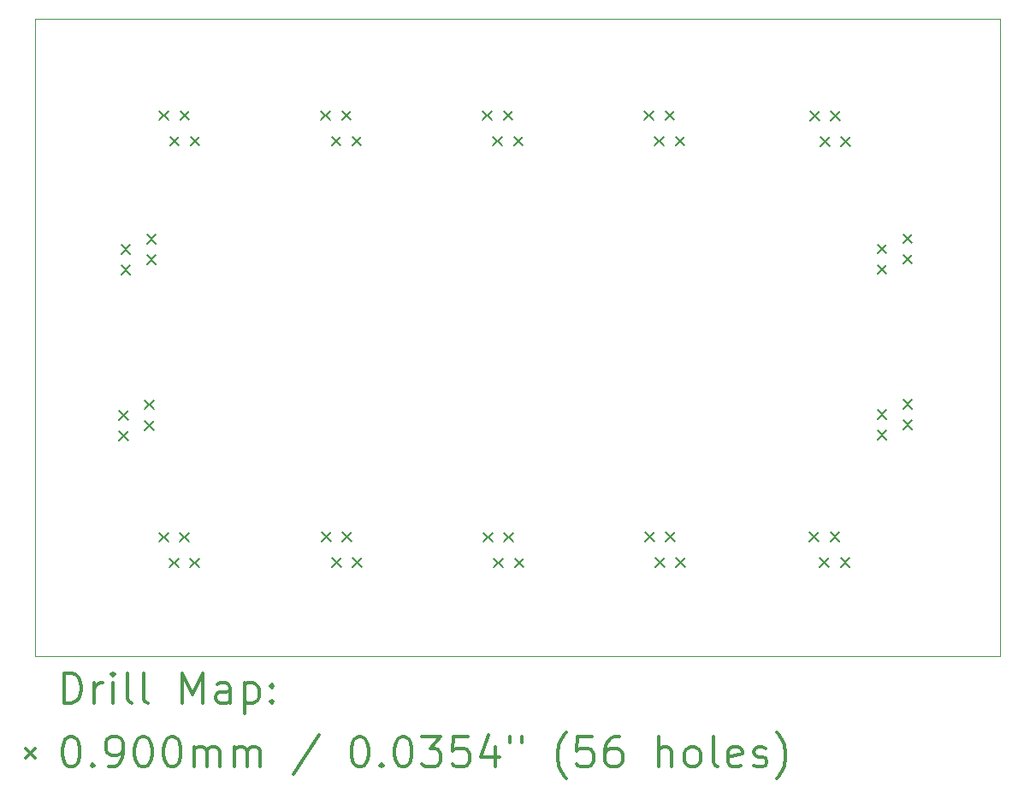
<source format=gbr>
%FSLAX45Y45*%
G04 Gerber Fmt 4.5, Leading zero omitted, Abs format (unit mm)*
G04 Created by KiCad (PCBNEW 5.1.10-88a1d61d58~90~ubuntu20.04.1) date 2021-11-04 14:27:38*
%MOMM*%
%LPD*%
G01*
G04 APERTURE LIST*
%TA.AperFunction,Profile*%
%ADD10C,0.050000*%
%TD*%
%ADD11C,0.200000*%
%ADD12C,0.300000*%
G04 APERTURE END LIST*
D10*
X21850000Y-4445000D02*
X21850000Y-10750000D01*
X12305000Y-10750000D02*
X21850000Y-10750000D01*
X12305000Y-4445000D02*
X12305000Y-10750000D01*
X12305000Y-4445000D02*
X21850000Y-4445000D01*
D11*
X13135000Y-8321000D02*
X13225000Y-8411000D01*
X13225000Y-8321000D02*
X13135000Y-8411000D01*
X13135000Y-8525000D02*
X13225000Y-8615000D01*
X13225000Y-8525000D02*
X13135000Y-8615000D01*
X13155000Y-6681000D02*
X13245000Y-6771000D01*
X13245000Y-6681000D02*
X13155000Y-6771000D01*
X13155000Y-6885000D02*
X13245000Y-6975000D01*
X13245000Y-6885000D02*
X13155000Y-6975000D01*
X13389000Y-8219000D02*
X13479000Y-8309000D01*
X13479000Y-8219000D02*
X13389000Y-8309000D01*
X13389000Y-8423000D02*
X13479000Y-8513000D01*
X13479000Y-8423000D02*
X13389000Y-8513000D01*
X13409000Y-6579000D02*
X13499000Y-6669000D01*
X13499000Y-6579000D02*
X13409000Y-6669000D01*
X13409000Y-6783000D02*
X13499000Y-6873000D01*
X13499000Y-6783000D02*
X13409000Y-6873000D01*
X13531000Y-9529000D02*
X13621000Y-9619000D01*
X13621000Y-9529000D02*
X13531000Y-9619000D01*
X13535000Y-5355000D02*
X13625000Y-5445000D01*
X13625000Y-5355000D02*
X13535000Y-5445000D01*
X13633000Y-9783000D02*
X13723000Y-9873000D01*
X13723000Y-9783000D02*
X13633000Y-9873000D01*
X13637000Y-5609000D02*
X13727000Y-5699000D01*
X13727000Y-5609000D02*
X13637000Y-5699000D01*
X13735000Y-9529000D02*
X13825000Y-9619000D01*
X13825000Y-9529000D02*
X13735000Y-9619000D01*
X13739000Y-5355000D02*
X13829000Y-5445000D01*
X13829000Y-5355000D02*
X13739000Y-5445000D01*
X13837000Y-9783000D02*
X13927000Y-9873000D01*
X13927000Y-9783000D02*
X13837000Y-9873000D01*
X13841000Y-5609000D02*
X13931000Y-5699000D01*
X13931000Y-5609000D02*
X13841000Y-5699000D01*
X15135000Y-5355000D02*
X15225000Y-5445000D01*
X15225000Y-5355000D02*
X15135000Y-5445000D01*
X15140000Y-9527000D02*
X15230000Y-9617000D01*
X15230000Y-9527000D02*
X15140000Y-9617000D01*
X15237000Y-5609000D02*
X15327000Y-5699000D01*
X15327000Y-5609000D02*
X15237000Y-5699000D01*
X15242000Y-9781000D02*
X15332000Y-9871000D01*
X15332000Y-9781000D02*
X15242000Y-9871000D01*
X15339000Y-5355000D02*
X15429000Y-5445000D01*
X15429000Y-5355000D02*
X15339000Y-5445000D01*
X15344000Y-9527000D02*
X15434000Y-9617000D01*
X15434000Y-9527000D02*
X15344000Y-9617000D01*
X15441000Y-5609000D02*
X15531000Y-5699000D01*
X15531000Y-5609000D02*
X15441000Y-5699000D01*
X15446000Y-9781000D02*
X15536000Y-9871000D01*
X15536000Y-9781000D02*
X15446000Y-9871000D01*
X16735000Y-5355000D02*
X16825000Y-5445000D01*
X16825000Y-5355000D02*
X16735000Y-5445000D01*
X16743000Y-9529000D02*
X16833000Y-9619000D01*
X16833000Y-9529000D02*
X16743000Y-9619000D01*
X16837000Y-5609000D02*
X16927000Y-5699000D01*
X16927000Y-5609000D02*
X16837000Y-5699000D01*
X16845000Y-9783000D02*
X16935000Y-9873000D01*
X16935000Y-9783000D02*
X16845000Y-9873000D01*
X16939000Y-5355000D02*
X17029000Y-5445000D01*
X17029000Y-5355000D02*
X16939000Y-5445000D01*
X16947000Y-9529000D02*
X17037000Y-9619000D01*
X17037000Y-9529000D02*
X16947000Y-9619000D01*
X17041000Y-5609000D02*
X17131000Y-5699000D01*
X17131000Y-5609000D02*
X17041000Y-5699000D01*
X17049000Y-9783000D02*
X17139000Y-9873000D01*
X17139000Y-9783000D02*
X17049000Y-9873000D01*
X18335000Y-5355000D02*
X18425000Y-5445000D01*
X18425000Y-5355000D02*
X18335000Y-5445000D01*
X18339000Y-9527000D02*
X18429000Y-9617000D01*
X18429000Y-9527000D02*
X18339000Y-9617000D01*
X18437000Y-5609000D02*
X18527000Y-5699000D01*
X18527000Y-5609000D02*
X18437000Y-5699000D01*
X18441000Y-9781000D02*
X18531000Y-9871000D01*
X18531000Y-9781000D02*
X18441000Y-9871000D01*
X18539000Y-5355000D02*
X18629000Y-5445000D01*
X18629000Y-5355000D02*
X18539000Y-5445000D01*
X18543000Y-9527000D02*
X18633000Y-9617000D01*
X18633000Y-9527000D02*
X18543000Y-9617000D01*
X18641000Y-5609000D02*
X18731000Y-5699000D01*
X18731000Y-5609000D02*
X18641000Y-5699000D01*
X18645000Y-9781000D02*
X18735000Y-9871000D01*
X18735000Y-9781000D02*
X18645000Y-9871000D01*
X19969000Y-9528000D02*
X20059000Y-9618000D01*
X20059000Y-9528000D02*
X19969000Y-9618000D01*
X19975000Y-5360000D02*
X20065000Y-5450000D01*
X20065000Y-5360000D02*
X19975000Y-5450000D01*
X20071000Y-9782000D02*
X20161000Y-9872000D01*
X20161000Y-9782000D02*
X20071000Y-9872000D01*
X20077000Y-5614000D02*
X20167000Y-5704000D01*
X20167000Y-5614000D02*
X20077000Y-5704000D01*
X20173000Y-9528000D02*
X20263000Y-9618000D01*
X20263000Y-9528000D02*
X20173000Y-9618000D01*
X20179000Y-5360000D02*
X20269000Y-5450000D01*
X20269000Y-5360000D02*
X20179000Y-5450000D01*
X20275000Y-9782000D02*
X20365000Y-9872000D01*
X20365000Y-9782000D02*
X20275000Y-9872000D01*
X20281000Y-5614000D02*
X20371000Y-5704000D01*
X20371000Y-5614000D02*
X20281000Y-5704000D01*
X20641000Y-6677000D02*
X20731000Y-6767000D01*
X20731000Y-6677000D02*
X20641000Y-6767000D01*
X20641000Y-6881000D02*
X20731000Y-6971000D01*
X20731000Y-6881000D02*
X20641000Y-6971000D01*
X20641000Y-8317000D02*
X20731000Y-8407000D01*
X20731000Y-8317000D02*
X20641000Y-8407000D01*
X20641000Y-8521000D02*
X20731000Y-8611000D01*
X20731000Y-8521000D02*
X20641000Y-8611000D01*
X20895000Y-6575000D02*
X20985000Y-6665000D01*
X20985000Y-6575000D02*
X20895000Y-6665000D01*
X20895000Y-6779000D02*
X20985000Y-6869000D01*
X20985000Y-6779000D02*
X20895000Y-6869000D01*
X20895000Y-8215000D02*
X20985000Y-8305000D01*
X20985000Y-8215000D02*
X20895000Y-8305000D01*
X20895000Y-8419000D02*
X20985000Y-8509000D01*
X20985000Y-8419000D02*
X20895000Y-8509000D01*
D12*
X12588928Y-11218214D02*
X12588928Y-10918214D01*
X12660357Y-10918214D01*
X12703214Y-10932500D01*
X12731786Y-10961072D01*
X12746071Y-10989643D01*
X12760357Y-11046786D01*
X12760357Y-11089643D01*
X12746071Y-11146786D01*
X12731786Y-11175357D01*
X12703214Y-11203929D01*
X12660357Y-11218214D01*
X12588928Y-11218214D01*
X12888928Y-11218214D02*
X12888928Y-11018214D01*
X12888928Y-11075357D02*
X12903214Y-11046786D01*
X12917500Y-11032500D01*
X12946071Y-11018214D01*
X12974643Y-11018214D01*
X13074643Y-11218214D02*
X13074643Y-11018214D01*
X13074643Y-10918214D02*
X13060357Y-10932500D01*
X13074643Y-10946786D01*
X13088928Y-10932500D01*
X13074643Y-10918214D01*
X13074643Y-10946786D01*
X13260357Y-11218214D02*
X13231786Y-11203929D01*
X13217500Y-11175357D01*
X13217500Y-10918214D01*
X13417500Y-11218214D02*
X13388928Y-11203929D01*
X13374643Y-11175357D01*
X13374643Y-10918214D01*
X13760357Y-11218214D02*
X13760357Y-10918214D01*
X13860357Y-11132500D01*
X13960357Y-10918214D01*
X13960357Y-11218214D01*
X14231786Y-11218214D02*
X14231786Y-11061072D01*
X14217500Y-11032500D01*
X14188928Y-11018214D01*
X14131786Y-11018214D01*
X14103214Y-11032500D01*
X14231786Y-11203929D02*
X14203214Y-11218214D01*
X14131786Y-11218214D01*
X14103214Y-11203929D01*
X14088928Y-11175357D01*
X14088928Y-11146786D01*
X14103214Y-11118214D01*
X14131786Y-11103929D01*
X14203214Y-11103929D01*
X14231786Y-11089643D01*
X14374643Y-11018214D02*
X14374643Y-11318214D01*
X14374643Y-11032500D02*
X14403214Y-11018214D01*
X14460357Y-11018214D01*
X14488928Y-11032500D01*
X14503214Y-11046786D01*
X14517500Y-11075357D01*
X14517500Y-11161072D01*
X14503214Y-11189643D01*
X14488928Y-11203929D01*
X14460357Y-11218214D01*
X14403214Y-11218214D01*
X14374643Y-11203929D01*
X14646071Y-11189643D02*
X14660357Y-11203929D01*
X14646071Y-11218214D01*
X14631786Y-11203929D01*
X14646071Y-11189643D01*
X14646071Y-11218214D01*
X14646071Y-11032500D02*
X14660357Y-11046786D01*
X14646071Y-11061072D01*
X14631786Y-11046786D01*
X14646071Y-11032500D01*
X14646071Y-11061072D01*
X12212500Y-11667500D02*
X12302500Y-11757500D01*
X12302500Y-11667500D02*
X12212500Y-11757500D01*
X12646071Y-11548214D02*
X12674643Y-11548214D01*
X12703214Y-11562500D01*
X12717500Y-11576786D01*
X12731786Y-11605357D01*
X12746071Y-11662500D01*
X12746071Y-11733929D01*
X12731786Y-11791071D01*
X12717500Y-11819643D01*
X12703214Y-11833929D01*
X12674643Y-11848214D01*
X12646071Y-11848214D01*
X12617500Y-11833929D01*
X12603214Y-11819643D01*
X12588928Y-11791071D01*
X12574643Y-11733929D01*
X12574643Y-11662500D01*
X12588928Y-11605357D01*
X12603214Y-11576786D01*
X12617500Y-11562500D01*
X12646071Y-11548214D01*
X12874643Y-11819643D02*
X12888928Y-11833929D01*
X12874643Y-11848214D01*
X12860357Y-11833929D01*
X12874643Y-11819643D01*
X12874643Y-11848214D01*
X13031786Y-11848214D02*
X13088928Y-11848214D01*
X13117500Y-11833929D01*
X13131786Y-11819643D01*
X13160357Y-11776786D01*
X13174643Y-11719643D01*
X13174643Y-11605357D01*
X13160357Y-11576786D01*
X13146071Y-11562500D01*
X13117500Y-11548214D01*
X13060357Y-11548214D01*
X13031786Y-11562500D01*
X13017500Y-11576786D01*
X13003214Y-11605357D01*
X13003214Y-11676786D01*
X13017500Y-11705357D01*
X13031786Y-11719643D01*
X13060357Y-11733929D01*
X13117500Y-11733929D01*
X13146071Y-11719643D01*
X13160357Y-11705357D01*
X13174643Y-11676786D01*
X13360357Y-11548214D02*
X13388928Y-11548214D01*
X13417500Y-11562500D01*
X13431786Y-11576786D01*
X13446071Y-11605357D01*
X13460357Y-11662500D01*
X13460357Y-11733929D01*
X13446071Y-11791071D01*
X13431786Y-11819643D01*
X13417500Y-11833929D01*
X13388928Y-11848214D01*
X13360357Y-11848214D01*
X13331786Y-11833929D01*
X13317500Y-11819643D01*
X13303214Y-11791071D01*
X13288928Y-11733929D01*
X13288928Y-11662500D01*
X13303214Y-11605357D01*
X13317500Y-11576786D01*
X13331786Y-11562500D01*
X13360357Y-11548214D01*
X13646071Y-11548214D02*
X13674643Y-11548214D01*
X13703214Y-11562500D01*
X13717500Y-11576786D01*
X13731786Y-11605357D01*
X13746071Y-11662500D01*
X13746071Y-11733929D01*
X13731786Y-11791071D01*
X13717500Y-11819643D01*
X13703214Y-11833929D01*
X13674643Y-11848214D01*
X13646071Y-11848214D01*
X13617500Y-11833929D01*
X13603214Y-11819643D01*
X13588928Y-11791071D01*
X13574643Y-11733929D01*
X13574643Y-11662500D01*
X13588928Y-11605357D01*
X13603214Y-11576786D01*
X13617500Y-11562500D01*
X13646071Y-11548214D01*
X13874643Y-11848214D02*
X13874643Y-11648214D01*
X13874643Y-11676786D02*
X13888928Y-11662500D01*
X13917500Y-11648214D01*
X13960357Y-11648214D01*
X13988928Y-11662500D01*
X14003214Y-11691071D01*
X14003214Y-11848214D01*
X14003214Y-11691071D02*
X14017500Y-11662500D01*
X14046071Y-11648214D01*
X14088928Y-11648214D01*
X14117500Y-11662500D01*
X14131786Y-11691071D01*
X14131786Y-11848214D01*
X14274643Y-11848214D02*
X14274643Y-11648214D01*
X14274643Y-11676786D02*
X14288928Y-11662500D01*
X14317500Y-11648214D01*
X14360357Y-11648214D01*
X14388928Y-11662500D01*
X14403214Y-11691071D01*
X14403214Y-11848214D01*
X14403214Y-11691071D02*
X14417500Y-11662500D01*
X14446071Y-11648214D01*
X14488928Y-11648214D01*
X14517500Y-11662500D01*
X14531786Y-11691071D01*
X14531786Y-11848214D01*
X15117500Y-11533929D02*
X14860357Y-11919643D01*
X15503214Y-11548214D02*
X15531786Y-11548214D01*
X15560357Y-11562500D01*
X15574643Y-11576786D01*
X15588928Y-11605357D01*
X15603214Y-11662500D01*
X15603214Y-11733929D01*
X15588928Y-11791071D01*
X15574643Y-11819643D01*
X15560357Y-11833929D01*
X15531786Y-11848214D01*
X15503214Y-11848214D01*
X15474643Y-11833929D01*
X15460357Y-11819643D01*
X15446071Y-11791071D01*
X15431786Y-11733929D01*
X15431786Y-11662500D01*
X15446071Y-11605357D01*
X15460357Y-11576786D01*
X15474643Y-11562500D01*
X15503214Y-11548214D01*
X15731786Y-11819643D02*
X15746071Y-11833929D01*
X15731786Y-11848214D01*
X15717500Y-11833929D01*
X15731786Y-11819643D01*
X15731786Y-11848214D01*
X15931786Y-11548214D02*
X15960357Y-11548214D01*
X15988928Y-11562500D01*
X16003214Y-11576786D01*
X16017500Y-11605357D01*
X16031786Y-11662500D01*
X16031786Y-11733929D01*
X16017500Y-11791071D01*
X16003214Y-11819643D01*
X15988928Y-11833929D01*
X15960357Y-11848214D01*
X15931786Y-11848214D01*
X15903214Y-11833929D01*
X15888928Y-11819643D01*
X15874643Y-11791071D01*
X15860357Y-11733929D01*
X15860357Y-11662500D01*
X15874643Y-11605357D01*
X15888928Y-11576786D01*
X15903214Y-11562500D01*
X15931786Y-11548214D01*
X16131786Y-11548214D02*
X16317500Y-11548214D01*
X16217500Y-11662500D01*
X16260357Y-11662500D01*
X16288928Y-11676786D01*
X16303214Y-11691071D01*
X16317500Y-11719643D01*
X16317500Y-11791071D01*
X16303214Y-11819643D01*
X16288928Y-11833929D01*
X16260357Y-11848214D01*
X16174643Y-11848214D01*
X16146071Y-11833929D01*
X16131786Y-11819643D01*
X16588928Y-11548214D02*
X16446071Y-11548214D01*
X16431786Y-11691071D01*
X16446071Y-11676786D01*
X16474643Y-11662500D01*
X16546071Y-11662500D01*
X16574643Y-11676786D01*
X16588928Y-11691071D01*
X16603214Y-11719643D01*
X16603214Y-11791071D01*
X16588928Y-11819643D01*
X16574643Y-11833929D01*
X16546071Y-11848214D01*
X16474643Y-11848214D01*
X16446071Y-11833929D01*
X16431786Y-11819643D01*
X16860357Y-11648214D02*
X16860357Y-11848214D01*
X16788928Y-11533929D02*
X16717500Y-11748214D01*
X16903214Y-11748214D01*
X17003214Y-11548214D02*
X17003214Y-11605357D01*
X17117500Y-11548214D02*
X17117500Y-11605357D01*
X17560357Y-11962500D02*
X17546071Y-11948214D01*
X17517500Y-11905357D01*
X17503214Y-11876786D01*
X17488928Y-11833929D01*
X17474643Y-11762500D01*
X17474643Y-11705357D01*
X17488928Y-11633929D01*
X17503214Y-11591071D01*
X17517500Y-11562500D01*
X17546071Y-11519643D01*
X17560357Y-11505357D01*
X17817500Y-11548214D02*
X17674643Y-11548214D01*
X17660357Y-11691071D01*
X17674643Y-11676786D01*
X17703214Y-11662500D01*
X17774643Y-11662500D01*
X17803214Y-11676786D01*
X17817500Y-11691071D01*
X17831786Y-11719643D01*
X17831786Y-11791071D01*
X17817500Y-11819643D01*
X17803214Y-11833929D01*
X17774643Y-11848214D01*
X17703214Y-11848214D01*
X17674643Y-11833929D01*
X17660357Y-11819643D01*
X18088928Y-11548214D02*
X18031786Y-11548214D01*
X18003214Y-11562500D01*
X17988928Y-11576786D01*
X17960357Y-11619643D01*
X17946071Y-11676786D01*
X17946071Y-11791071D01*
X17960357Y-11819643D01*
X17974643Y-11833929D01*
X18003214Y-11848214D01*
X18060357Y-11848214D01*
X18088928Y-11833929D01*
X18103214Y-11819643D01*
X18117500Y-11791071D01*
X18117500Y-11719643D01*
X18103214Y-11691071D01*
X18088928Y-11676786D01*
X18060357Y-11662500D01*
X18003214Y-11662500D01*
X17974643Y-11676786D01*
X17960357Y-11691071D01*
X17946071Y-11719643D01*
X18474643Y-11848214D02*
X18474643Y-11548214D01*
X18603214Y-11848214D02*
X18603214Y-11691071D01*
X18588928Y-11662500D01*
X18560357Y-11648214D01*
X18517500Y-11648214D01*
X18488928Y-11662500D01*
X18474643Y-11676786D01*
X18788928Y-11848214D02*
X18760357Y-11833929D01*
X18746071Y-11819643D01*
X18731786Y-11791071D01*
X18731786Y-11705357D01*
X18746071Y-11676786D01*
X18760357Y-11662500D01*
X18788928Y-11648214D01*
X18831786Y-11648214D01*
X18860357Y-11662500D01*
X18874643Y-11676786D01*
X18888928Y-11705357D01*
X18888928Y-11791071D01*
X18874643Y-11819643D01*
X18860357Y-11833929D01*
X18831786Y-11848214D01*
X18788928Y-11848214D01*
X19060357Y-11848214D02*
X19031786Y-11833929D01*
X19017500Y-11805357D01*
X19017500Y-11548214D01*
X19288928Y-11833929D02*
X19260357Y-11848214D01*
X19203214Y-11848214D01*
X19174643Y-11833929D01*
X19160357Y-11805357D01*
X19160357Y-11691071D01*
X19174643Y-11662500D01*
X19203214Y-11648214D01*
X19260357Y-11648214D01*
X19288928Y-11662500D01*
X19303214Y-11691071D01*
X19303214Y-11719643D01*
X19160357Y-11748214D01*
X19417500Y-11833929D02*
X19446071Y-11848214D01*
X19503214Y-11848214D01*
X19531786Y-11833929D01*
X19546071Y-11805357D01*
X19546071Y-11791071D01*
X19531786Y-11762500D01*
X19503214Y-11748214D01*
X19460357Y-11748214D01*
X19431786Y-11733929D01*
X19417500Y-11705357D01*
X19417500Y-11691071D01*
X19431786Y-11662500D01*
X19460357Y-11648214D01*
X19503214Y-11648214D01*
X19531786Y-11662500D01*
X19646071Y-11962500D02*
X19660357Y-11948214D01*
X19688928Y-11905357D01*
X19703214Y-11876786D01*
X19717500Y-11833929D01*
X19731786Y-11762500D01*
X19731786Y-11705357D01*
X19717500Y-11633929D01*
X19703214Y-11591071D01*
X19688928Y-11562500D01*
X19660357Y-11519643D01*
X19646071Y-11505357D01*
M02*

</source>
